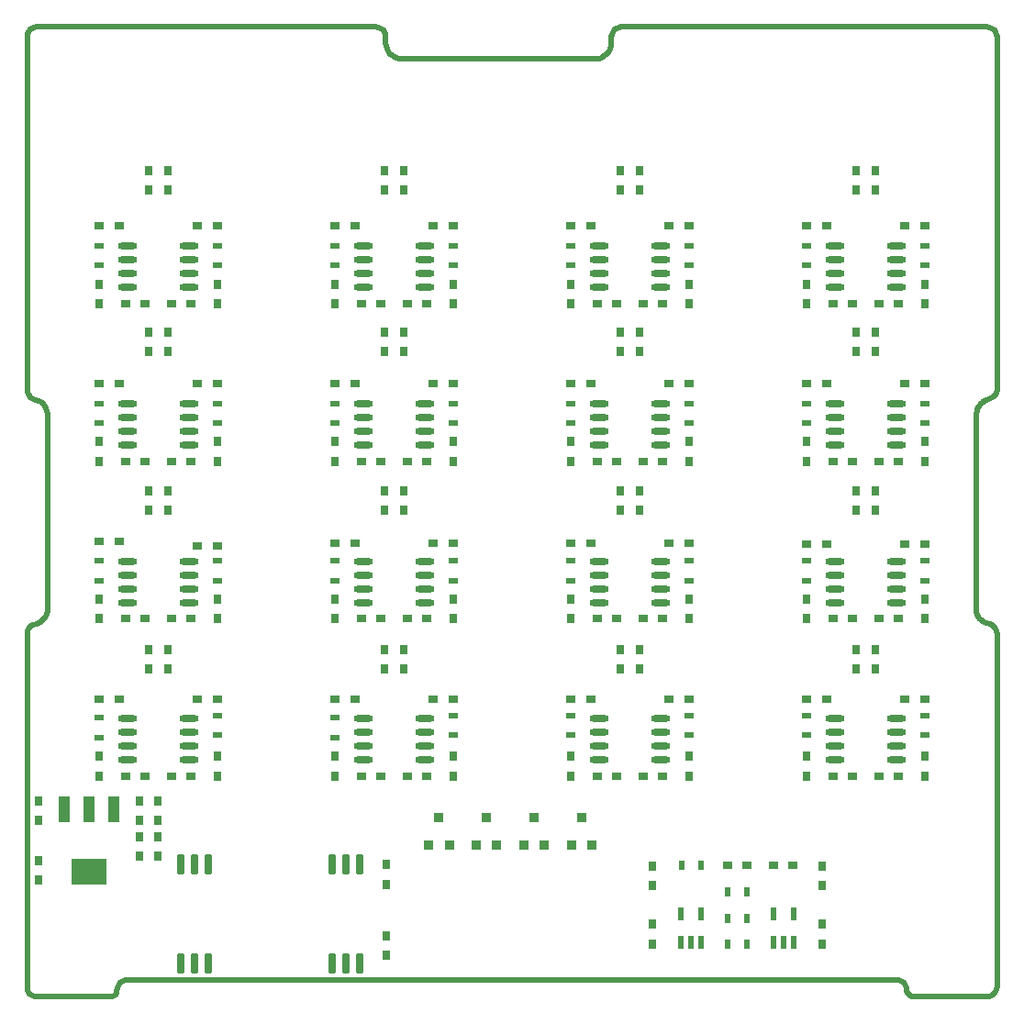
<source format=gbr>
G04*
G04 #@! TF.GenerationSoftware,Altium Limited,Altium Designer,24.1.2 (44)*
G04*
G04 Layer_Color=128*
%FSLAX44Y44*%
%MOMM*%
G71*
G04*
G04 #@! TF.SameCoordinates,FF60899B-E9A6-4C8F-AFAD-FD19F3B54CA5*
G04*
G04*
G04 #@! TF.FilePolarity,Positive*
G04*
G01*
G75*
%ADD17C,0.5000*%
%ADD18R,0.9000X0.8000*%
%ADD20R,0.6000X0.9000*%
%ADD22R,0.8000X0.9000*%
%ADD23R,0.9000X0.6000*%
%ADD25O,1.8000X0.6000*%
%ADD60R,0.9000X0.9500*%
G04:AMPARAMS|DCode=61|XSize=1.9mm|YSize=0.6mm|CornerRadius=0.075mm|HoleSize=0mm|Usage=FLASHONLY|Rotation=90.000|XOffset=0mm|YOffset=0mm|HoleType=Round|Shape=RoundedRectangle|*
%AMROUNDEDRECTD61*
21,1,1.9000,0.4500,0,0,90.0*
21,1,1.7500,0.6000,0,0,90.0*
1,1,0.1500,0.2250,0.8750*
1,1,0.1500,0.2250,-0.8750*
1,1,0.1500,-0.2250,-0.8750*
1,1,0.1500,-0.2250,0.8750*
%
%ADD61ROUNDEDRECTD61*%
%ADD62R,3.3000X2.4000*%
%ADD63R,1.0000X2.4000*%
%ADD64R,0.6200X1.2200*%
D17*
X551118Y897500D02*
X548732Y897186D01*
X546509Y896265D01*
X544600Y894800D01*
X889655Y553558D02*
X892332Y554464D01*
X894617Y556129D01*
X896300Y558400D01*
X331161Y894484D02*
X329028Y896120D01*
X326544Y897149D01*
X323879Y897500D01*
X897500Y337177D02*
X897167Y339703D01*
X896192Y342058D01*
X894641Y344080D01*
X7596Y345622D02*
X5741Y344308D01*
X4900Y5600D02*
X7092Y3918D01*
X9645Y2861D01*
X12384Y2500D01*
X890200Y553700D02*
X887351Y552827D01*
X884680Y551507D01*
X888102Y347176D02*
X891012Y346242D01*
X11436Y897500D02*
X9226Y897209D01*
X7168Y896356D01*
X5400Y895000D01*
X814500Y8253D02*
X814951Y5987D01*
X816235Y4065D01*
X14719Y348360D02*
X16734Y349771D01*
X18473Y351511D01*
X19884Y353526D01*
X20924Y355755D01*
X21560Y358131D01*
X21775Y360582D01*
X11389Y346841D02*
X7964Y345774D01*
X544600Y894800D02*
X543081Y892820D01*
X542126Y890514D01*
X541800Y888040D01*
X896252Y558235D02*
X897258Y560315D01*
X897600Y562600D01*
X882720Y350429D02*
X885220Y348486D01*
X888102Y347176D01*
X816235Y4065D02*
X818079Y2833D01*
X820255Y2400D01*
X5741Y344308D02*
X4035Y342084D01*
X2964Y339494D01*
X2600Y336715D01*
X95791Y18400D02*
X93172Y18055D01*
X90732Y17045D01*
X88637Y15437D01*
X537931Y872959D02*
X539574Y874961D01*
X540794Y877245D01*
X541546Y879723D01*
X541800Y882300D01*
X878354Y540657D02*
X878300Y539939D01*
X333600Y882498D02*
X333869Y879767D01*
X334665Y877141D01*
X335959Y874721D01*
X337700Y872600D01*
X879462Y355123D02*
X880530Y352932D01*
X882059Y351034D01*
X18917Y547489D02*
X17372Y549529D01*
X15468Y551239D01*
X13274Y552556D01*
X10870Y553433D01*
X811633Y15174D02*
X809344Y16925D01*
X806680Y18025D01*
X803823Y18400D01*
X895000Y894500D02*
X892879Y896128D01*
X890408Y897151D01*
X887757Y897500D01*
X880790Y547612D02*
X879691Y545401D01*
X878875Y543071D01*
X878354Y540657D01*
X21700Y537611D02*
X21528Y540202D01*
X20998Y542744D01*
X20123Y545189D01*
X18917Y547489D01*
X88637Y15437D02*
X86925Y13206D01*
X85849Y10608D01*
X85482Y7819D01*
X83952Y4128D02*
X85084Y5821D01*
X85482Y7819D01*
X885071Y551762D02*
X882761Y549861D01*
X880790Y547612D01*
X337700Y872600D02*
X339492Y871069D01*
X341502Y869837D01*
X343680Y868935D01*
X345973Y868385D01*
X348323Y868200D01*
X878300Y362200D02*
X878317Y359790D01*
X878707Y357412D01*
X879462Y355123D01*
X811642Y15166D02*
X811633Y15174D01*
X814500Y8253D02*
X814167Y10783D01*
X813193Y13140D01*
X811642Y15166D01*
X80023Y2500D02*
X82149Y2923D01*
X83952Y4128D01*
X527536Y868200D02*
X530191Y868461D01*
X532743Y869236D01*
X535095Y870493D01*
X537157Y872185D01*
X333600Y888596D02*
X333316Y890751D01*
X332484Y892759D01*
X331161Y894484D01*
X894641Y344080D02*
X892961Y345387D01*
X891012Y346242D01*
X2600Y561842D02*
X3167Y559509D01*
X4279Y557381D01*
X5868Y555583D01*
X7844Y554219D01*
X2600Y11153D02*
X3198Y8148D01*
X4900Y5600D01*
X897600Y888223D02*
X897298Y890520D01*
X896411Y892662D01*
X895000Y894500D01*
X5400Y895000D02*
X3885Y893027D01*
X2930Y890729D01*
X2600Y888263D01*
X894800Y5300D02*
X896265Y7209D01*
X897186Y9433D01*
X897500Y11818D01*
X887799Y2400D02*
X890361Y2737D01*
X892749Y3726D01*
X894800Y5300D01*
X11389Y346841D02*
X14719Y348360D01*
X11436Y897500D02*
X323879D01*
X551118D02*
X887757D01*
X95791Y18400D02*
X803823D01*
X2600Y336715D02*
X2600Y11153D01*
X541800Y882300D02*
Y888040D01*
X537157Y872185D02*
X537931Y872959D01*
X7844Y554219D02*
X10846Y553440D01*
X12384Y2500D02*
X80023D01*
X878300Y362200D02*
Y539923D01*
X21700Y537611D02*
X21700Y362270D01*
X333600Y882498D02*
Y888596D01*
X897500Y11818D02*
Y337177D01*
X348323Y868200D02*
X527536D01*
X10846Y553440D02*
X10870Y553433D01*
X897600Y562600D02*
X897600Y888223D01*
X2600Y561842D02*
Y888263D01*
X820255Y2400D02*
X887799D01*
X878300Y539939D02*
X878300Y539923D01*
X21700Y362270D02*
X21751Y361407D01*
D18*
X522442Y277200D02*
D03*
X504441D02*
D03*
X504440Y568192D02*
D03*
X522440D02*
D03*
X286840D02*
D03*
X304840D02*
D03*
X377561D02*
D03*
X395561D02*
D03*
X722040Y713700D02*
D03*
X740040D02*
D03*
X830761D02*
D03*
X812761D02*
D03*
X595161D02*
D03*
X613161D02*
D03*
X504440D02*
D03*
X522440D02*
D03*
X546681Y206300D02*
D03*
X528681D02*
D03*
X830762Y277200D02*
D03*
X812763D02*
D03*
X806521Y206300D02*
D03*
X788521D02*
D03*
X746281D02*
D03*
X764281D02*
D03*
X740040Y277200D02*
D03*
X722040D02*
D03*
X830761Y420300D02*
D03*
X812761D02*
D03*
X740040D02*
D03*
X722040D02*
D03*
X746281Y351200D02*
D03*
X764281D02*
D03*
X806521D02*
D03*
X788521D02*
D03*
X740040Y568192D02*
D03*
X722040D02*
D03*
X746281Y496700D02*
D03*
X764281D02*
D03*
X806521D02*
D03*
X788521D02*
D03*
X830761Y568192D02*
D03*
X812761D02*
D03*
X746281Y642200D02*
D03*
X764281D02*
D03*
X806521D02*
D03*
X788521D02*
D03*
X588921Y206300D02*
D03*
X570921D02*
D03*
X613162Y277200D02*
D03*
X595163D02*
D03*
X522440Y421200D02*
D03*
X504440D02*
D03*
X528681Y351200D02*
D03*
X546681D02*
D03*
X588921D02*
D03*
X570921D02*
D03*
X613161Y421200D02*
D03*
X595161D02*
D03*
X528681Y496700D02*
D03*
X546681D02*
D03*
X588921D02*
D03*
X570921D02*
D03*
X613161Y568192D02*
D03*
X595161D02*
D03*
X528681Y642200D02*
D03*
X546681D02*
D03*
X588921D02*
D03*
X570921D02*
D03*
X304840Y277200D02*
D03*
X286840D02*
D03*
X311081Y206300D02*
D03*
X329081D02*
D03*
X371321D02*
D03*
X353321D02*
D03*
X395563Y277200D02*
D03*
X377562D02*
D03*
X304840Y421200D02*
D03*
X286840D02*
D03*
X311081Y351200D02*
D03*
X329081D02*
D03*
X371321D02*
D03*
X353321D02*
D03*
X395561Y421200D02*
D03*
X377561D02*
D03*
X311081Y496700D02*
D03*
X329081D02*
D03*
X371321D02*
D03*
X353321D02*
D03*
X304840Y713700D02*
D03*
X286840D02*
D03*
X311081Y642200D02*
D03*
X329081D02*
D03*
X371321D02*
D03*
X353321D02*
D03*
X395561Y713700D02*
D03*
X377561D02*
D03*
X709501Y123542D02*
D03*
X691501D02*
D03*
X666899D02*
D03*
X648899D02*
D03*
X177963Y277200D02*
D03*
X159963D02*
D03*
X93481Y206300D02*
D03*
X111481D02*
D03*
X153721D02*
D03*
X135721D02*
D03*
X69242Y277200D02*
D03*
X87242D02*
D03*
X177961Y418800D02*
D03*
X159961D02*
D03*
X153721Y351200D02*
D03*
X135721D02*
D03*
X93481D02*
D03*
X111481D02*
D03*
X87242Y422692D02*
D03*
X69242D02*
D03*
X177961Y568192D02*
D03*
X159961D02*
D03*
X177961Y713700D02*
D03*
X159961D02*
D03*
X87240Y568192D02*
D03*
X69240D02*
D03*
X153721Y496700D02*
D03*
X135721D02*
D03*
X93481D02*
D03*
X111481D02*
D03*
X153721Y642200D02*
D03*
X135721D02*
D03*
X93481D02*
D03*
X111481D02*
D03*
X87240Y713700D02*
D03*
X69240D02*
D03*
D20*
X667168Y50749D02*
D03*
X649009Y50750D02*
D03*
X667168Y75015D02*
D03*
X649009Y75017D02*
D03*
X648630Y99284D02*
D03*
X666789Y99283D02*
D03*
X606411Y123550D02*
D03*
X624570Y123549D02*
D03*
D22*
X504440Y642200D02*
D03*
Y660200D02*
D03*
X613161Y642200D02*
D03*
Y660200D02*
D03*
X177961Y206300D02*
D03*
Y224300D02*
D03*
X830761D02*
D03*
Y206300D02*
D03*
X722040Y224300D02*
D03*
Y206300D02*
D03*
X767200Y323000D02*
D03*
Y305000D02*
D03*
X785054D02*
D03*
Y323000D02*
D03*
X722040Y369200D02*
D03*
Y351200D02*
D03*
X830761Y369200D02*
D03*
Y351200D02*
D03*
X722040Y514700D02*
D03*
Y496700D02*
D03*
X767200Y451700D02*
D03*
Y469700D02*
D03*
X785054D02*
D03*
Y451700D02*
D03*
X830761Y514700D02*
D03*
Y496700D02*
D03*
X722040Y660200D02*
D03*
Y642200D02*
D03*
X785054Y597873D02*
D03*
Y615873D02*
D03*
X767200D02*
D03*
Y597873D02*
D03*
X830761Y660200D02*
D03*
Y642200D02*
D03*
X785054Y747173D02*
D03*
Y765173D02*
D03*
X767200D02*
D03*
Y747173D02*
D03*
X504440Y224300D02*
D03*
Y206300D02*
D03*
X613161Y224300D02*
D03*
Y206300D02*
D03*
X504440Y369200D02*
D03*
Y351200D02*
D03*
X550100Y323000D02*
D03*
Y305000D02*
D03*
X567800D02*
D03*
Y323000D02*
D03*
X613161Y369200D02*
D03*
Y351200D02*
D03*
X504440Y514700D02*
D03*
Y496700D02*
D03*
X567800Y469700D02*
D03*
Y451700D02*
D03*
X550100Y469700D02*
D03*
Y451700D02*
D03*
X613161Y514700D02*
D03*
Y496700D02*
D03*
X550100Y615873D02*
D03*
Y597873D02*
D03*
X567800D02*
D03*
Y615873D02*
D03*
Y747173D02*
D03*
Y765173D02*
D03*
X550100D02*
D03*
Y747173D02*
D03*
X286840Y224300D02*
D03*
Y206300D02*
D03*
X395561Y224300D02*
D03*
Y206300D02*
D03*
X350400Y305000D02*
D03*
Y323000D02*
D03*
X332200D02*
D03*
Y305000D02*
D03*
X286840Y369200D02*
D03*
Y351200D02*
D03*
X395561Y369200D02*
D03*
Y351200D02*
D03*
X332200Y451700D02*
D03*
Y469700D02*
D03*
X350400D02*
D03*
Y451700D02*
D03*
X286840Y514700D02*
D03*
Y496700D02*
D03*
X395561Y514700D02*
D03*
Y496700D02*
D03*
X350400Y597873D02*
D03*
Y615873D02*
D03*
X286840Y660200D02*
D03*
Y642200D02*
D03*
X332200Y615873D02*
D03*
Y597873D02*
D03*
X395561Y660200D02*
D03*
Y642200D02*
D03*
X332200Y765173D02*
D03*
Y747173D02*
D03*
X350400D02*
D03*
Y765173D02*
D03*
X736100Y51283D02*
D03*
Y69283D02*
D03*
Y105017D02*
D03*
Y123017D02*
D03*
X579900Y105017D02*
D03*
Y123017D02*
D03*
X333700Y40800D02*
D03*
Y58800D02*
D03*
Y124300D02*
D03*
Y106300D02*
D03*
X12800Y165000D02*
D03*
Y183000D02*
D03*
Y110000D02*
D03*
Y128000D02*
D03*
X106000Y132200D02*
D03*
Y150200D02*
D03*
X123100D02*
D03*
Y132200D02*
D03*
X106000Y183000D02*
D03*
Y165000D02*
D03*
X123100Y183000D02*
D03*
Y165000D02*
D03*
X69240Y206300D02*
D03*
Y224300D02*
D03*
X177961Y369200D02*
D03*
Y351200D02*
D03*
X132300Y305000D02*
D03*
Y323000D02*
D03*
X114500D02*
D03*
Y305000D02*
D03*
X69240Y369200D02*
D03*
Y351200D02*
D03*
X132300Y469700D02*
D03*
Y451700D02*
D03*
X114500D02*
D03*
Y469700D02*
D03*
X177961Y514700D02*
D03*
Y496700D02*
D03*
X69240Y514700D02*
D03*
Y496700D02*
D03*
X114500Y615873D02*
D03*
Y597873D02*
D03*
X132300D02*
D03*
Y615873D02*
D03*
X177961Y660200D02*
D03*
Y642200D02*
D03*
X69240Y660200D02*
D03*
Y642200D02*
D03*
X114500Y765173D02*
D03*
Y747173D02*
D03*
X132300D02*
D03*
Y765173D02*
D03*
X579900Y69283D02*
D03*
Y51283D02*
D03*
D23*
X504441Y261868D02*
D03*
X504440Y243709D02*
D03*
X504441Y695482D02*
D03*
X504440Y677323D02*
D03*
X613162Y695482D02*
D03*
X613161Y677323D02*
D03*
X286842Y404615D02*
D03*
X286840Y386456D02*
D03*
X830761Y243709D02*
D03*
X830762Y261868D02*
D03*
X722040Y243709D02*
D03*
X722041Y261868D02*
D03*
X722040Y386456D02*
D03*
X722041Y404615D02*
D03*
X830761Y386456D02*
D03*
X830762Y404615D02*
D03*
X722040Y531823D02*
D03*
X722041Y549982D02*
D03*
X830761Y531823D02*
D03*
X830762Y549982D02*
D03*
X722040Y677323D02*
D03*
X722041Y695482D02*
D03*
X830761Y677323D02*
D03*
X830762Y695482D02*
D03*
X613161Y243709D02*
D03*
X613162Y261868D02*
D03*
X504440Y386456D02*
D03*
X504441Y404615D02*
D03*
X613161Y386456D02*
D03*
X613162Y404615D02*
D03*
X504440Y531823D02*
D03*
X504441Y549982D02*
D03*
X613161Y531823D02*
D03*
X613162Y549982D02*
D03*
X286840Y241909D02*
D03*
X286842Y260068D02*
D03*
X395561Y243709D02*
D03*
X395563Y261868D02*
D03*
X395561Y386456D02*
D03*
X395563Y404615D02*
D03*
X286840Y531823D02*
D03*
X286842Y549982D02*
D03*
X395561Y531823D02*
D03*
X395563Y549982D02*
D03*
X286840Y677323D02*
D03*
X286842Y695482D02*
D03*
X395561Y677323D02*
D03*
X395563Y695482D02*
D03*
X177961Y243709D02*
D03*
X177963Y261868D02*
D03*
X69240Y241909D02*
D03*
X69242Y260068D02*
D03*
X177961Y386456D02*
D03*
X177963Y404615D02*
D03*
X69240Y386456D02*
D03*
X69242Y404615D02*
D03*
X177961Y531823D02*
D03*
X177963Y549982D02*
D03*
X177961Y677323D02*
D03*
X177963Y695482D02*
D03*
X69240Y531823D02*
D03*
X69242Y549982D02*
D03*
X69240Y677323D02*
D03*
X69242Y695482D02*
D03*
D25*
X804650Y259382D02*
D03*
Y246682D02*
D03*
Y233982D02*
D03*
Y221282D02*
D03*
X748150Y259382D02*
D03*
Y246682D02*
D03*
Y233982D02*
D03*
Y221282D02*
D03*
X804650Y404289D02*
D03*
Y391589D02*
D03*
Y378889D02*
D03*
Y366189D02*
D03*
X748150Y404289D02*
D03*
Y391589D02*
D03*
Y378889D02*
D03*
Y366189D02*
D03*
X804650Y549756D02*
D03*
Y537056D02*
D03*
Y524356D02*
D03*
Y511656D02*
D03*
X748150Y549756D02*
D03*
Y537056D02*
D03*
Y524356D02*
D03*
Y511656D02*
D03*
Y657122D02*
D03*
Y669822D02*
D03*
Y682522D02*
D03*
Y695222D02*
D03*
X804650Y657122D02*
D03*
Y669822D02*
D03*
Y682522D02*
D03*
Y695222D02*
D03*
X587050Y259382D02*
D03*
Y246682D02*
D03*
Y233982D02*
D03*
Y221282D02*
D03*
X530550Y259382D02*
D03*
Y246682D02*
D03*
Y233982D02*
D03*
Y221282D02*
D03*
X587050Y404289D02*
D03*
Y391589D02*
D03*
Y378889D02*
D03*
Y366189D02*
D03*
X530550Y404289D02*
D03*
Y391589D02*
D03*
Y378889D02*
D03*
Y366189D02*
D03*
X587050Y549756D02*
D03*
Y537056D02*
D03*
Y524356D02*
D03*
Y511656D02*
D03*
X530550Y549756D02*
D03*
Y537056D02*
D03*
Y524356D02*
D03*
Y511656D02*
D03*
X587050Y695222D02*
D03*
Y682522D02*
D03*
Y669822D02*
D03*
Y657122D02*
D03*
X530550Y695222D02*
D03*
Y682522D02*
D03*
Y669822D02*
D03*
Y657122D02*
D03*
X369450Y259382D02*
D03*
Y246682D02*
D03*
Y233982D02*
D03*
Y221282D02*
D03*
X312950Y259382D02*
D03*
Y246682D02*
D03*
Y233982D02*
D03*
Y221282D02*
D03*
X369450Y404289D02*
D03*
Y391589D02*
D03*
Y378889D02*
D03*
Y366189D02*
D03*
X312950Y404289D02*
D03*
Y391589D02*
D03*
Y378889D02*
D03*
Y366189D02*
D03*
X369450Y549756D02*
D03*
Y537056D02*
D03*
Y524356D02*
D03*
Y511656D02*
D03*
X312950Y549756D02*
D03*
Y537056D02*
D03*
Y524356D02*
D03*
Y511656D02*
D03*
X369450Y695222D02*
D03*
Y682522D02*
D03*
Y669822D02*
D03*
Y657122D02*
D03*
X312950Y695222D02*
D03*
Y682522D02*
D03*
Y669822D02*
D03*
Y657122D02*
D03*
X151850Y259382D02*
D03*
Y246682D02*
D03*
Y233982D02*
D03*
Y221282D02*
D03*
X95350Y259382D02*
D03*
Y246682D02*
D03*
Y233982D02*
D03*
Y221282D02*
D03*
X151850Y404289D02*
D03*
Y391589D02*
D03*
Y378889D02*
D03*
Y366189D02*
D03*
X95350Y404289D02*
D03*
Y391589D02*
D03*
Y378889D02*
D03*
Y366189D02*
D03*
X151850Y549756D02*
D03*
Y537056D02*
D03*
Y524356D02*
D03*
Y511656D02*
D03*
X95350Y549756D02*
D03*
Y537056D02*
D03*
Y524356D02*
D03*
Y511656D02*
D03*
X151850Y695222D02*
D03*
Y682522D02*
D03*
Y669822D02*
D03*
Y657122D02*
D03*
X95350Y695222D02*
D03*
Y682522D02*
D03*
Y669822D02*
D03*
Y657122D02*
D03*
D60*
X505061Y142600D02*
D03*
X514561Y167600D02*
D03*
X524061Y142600D02*
D03*
X392061D02*
D03*
X382561Y167600D02*
D03*
X373061Y142600D02*
D03*
X461061D02*
D03*
X470561Y167600D02*
D03*
X480061Y142600D02*
D03*
X436061D02*
D03*
X426561Y167600D02*
D03*
X417061Y142600D02*
D03*
D61*
X309150Y125050D02*
D03*
X296450D02*
D03*
X283750D02*
D03*
X169450D02*
D03*
X156750D02*
D03*
X144050D02*
D03*
Y32950D02*
D03*
X156750D02*
D03*
X169450D02*
D03*
X283750D02*
D03*
X296450D02*
D03*
X309150D02*
D03*
D62*
X60000Y117600D02*
D03*
D63*
X83000Y175600D02*
D03*
X60000D02*
D03*
X37000D02*
D03*
D64*
X710026Y79010D02*
D03*
X691026Y52810D02*
D03*
X710026D02*
D03*
X700526D02*
D03*
X690976Y79010D02*
D03*
X624826D02*
D03*
X605826Y52810D02*
D03*
X624826D02*
D03*
X615326D02*
D03*
X605776Y79010D02*
D03*
M02*

</source>
